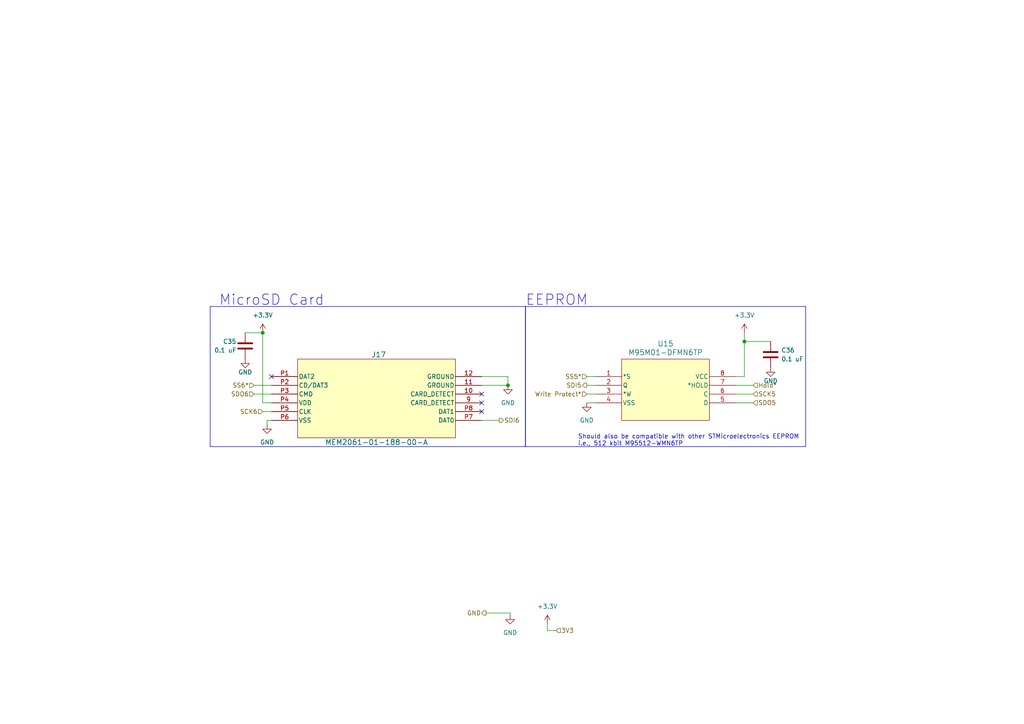
<source format=kicad_sch>
(kicad_sch (version 20250114) (generator "eeschema") (generator_version "9.0")
  (paper "A4")
  (title_block (title "MCU Controller") (rev "0.3") (company "satomm@stanford.edu") (comment 1 "Department of Civil and Environmental Engineering") (comment 2 "Engineering Informatics Group") (comment 3 "Stanford University") (comment 4 "Matthew Sato"))
  (lib_symbols
    (symbol "Device:C" (pin_numbers (hide yes)) (pin_names (offset 0.254))
      (property "Reference" "C" (at 0.635 2.54 0))
      (property "Value" "C" (at 0.635 -2.54 0))
      (symbol "C_0_1"
        (polyline (pts (xy -2.032 0.762) (xy 2.032 0.762)) (stroke (width 0.508)))
        (polyline (pts (xy -2.032 -0.762) (xy 2.032 -0.762)) (stroke (width 0.508)))
      )
      (symbol "C_1_1"
        (pin passive line (at 0 3.81 270) (length 2.794) (name "~") (number "1"))
        (pin passive line (at 0 -3.81 90) (length 2.794) (name "~") (number "2"))
      )
    )
    (symbol "RobotLibary:M95M01-DFMN6TP" (pin_names (offset 0.254))
      (property "Reference" "U" (at 20.32 10.16 0))
      (property "Value" "M95M01-DFMN6TP" (at 20.32 7.62 0))
      (symbol "M95M01-DFMN6TP_1_1"
        (rectangle (start 7.62 5.08) (end 33.02 -12.7) (fill (type background)))
        (pin passive line (at 0 0 0) (length 7.62) (name "*S") (number "1"))
        (pin passive line (at 0 -2.54 0) (length 7.62) (name "Q") (number "2"))
        (pin passive line (at 0 -5.08 0) (length 7.62) (name "*W") (number "3"))
        (pin passive line (at 0 -7.62 0) (length 7.62) (name "VSS") (number "4"))
        (pin passive line (at 40.64 0 180) (length 7.62) (name "VCC") (number "8"))
        (pin passive line (at 40.64 -2.54 180) (length 7.62) (name "*HOLD") (number "7"))
        (pin passive line (at 40.64 -5.08 180) (length 7.62) (name "C") (number "6"))
        (pin passive line (at 40.64 -7.62 180) (length 7.62) (name "D") (number "5"))
      )
    )
    (symbol "RobotLibary:MEM2061-01-188-00-A" (pin_names (offset 0.254))
      (property "Reference" "J" (at 30.48 10.16 0))
      (property "Value" "MEM2061-01-188-00-A" (at 30.48 7.62 0))
      (symbol "MEM2061-01-188-00-A_0_1"
        (pin bidirectional line (at 0 0 0) (length 7.62) (name "DAT2") (number "P1"))
        (pin bidirectional line (at 0 -2.54 0) (length 7.62) (name "CD/DAT3") (number "P2"))
        (pin bidirectional line (at 0 -5.08 0) (length 7.62) (name "CMD") (number "P3"))
        (pin power_in line (at 0 -7.62 0) (length 7.62) (name "VDD") (number "P4"))
        (pin unspecified line (at 60.96 -5.08 180) (length 7.62) (name "CARD_DETECT") (number "10"))
        (pin unspecified line (at 60.96 -7.62 180) (length 7.62) (name "CARD_DETECT") (number "9"))
        (pin bidirectional line (at 60.96 -10.16 180) (length 7.62) (name "DAT1") (number "P8"))
        (pin bidirectional line (at 60.96 -12.7 180) (length 7.62) (name "DAT0") (number "P7"))
      )
      (symbol "MEM2061-01-188-00-A_1_1"
        (rectangle (start 7.62 5.08) (end 53.34 -17.78) (fill (type background)))
        (pin passive line (at 0 -10.16 0) (length 7.62) (name "CLK") (number "P5"))
        (pin passive line (at 0 -12.7 0) (length 7.62) (name "VSS") (number "P6"))
        (pin passive line (at 60.96 0 180) (length 7.62) (name "GROUND") (number "12"))
        (pin passive line (at 60.96 -2.54 180) (length 7.62) (name "GROUND") (number "11"))
      )
    )
    (symbol "power:+3.3V" (power) (pin_names (offset 0))
      (property "Value" "+3.3V" (at 0 3.556 0))
      (symbol "+3.3V_0_1"
        (polyline (pts (xy -0.762 1.27) (xy 0 2.54)))
        (polyline (pts (xy 0 2.54) (xy 0.762 1.27)))
        (polyline (pts (xy 0 0) (xy 0 2.54)))
      )
      (symbol "+3.3V_1_1"
        (pin power_in line (at 0 0 90) (length 0) (hide yes) (name "+3.3V") (number "1"))
      )
    )
    (symbol "power:GND" (power) (pin_names (offset 0))
      (property "Value" "GND" (at 0 -3.81 0))
      (symbol "GND_0_1"
        (polyline (pts (xy 0 0) (xy 0 -1.27) (xy 1.27 -1.27) (xy 0 -2.54) (xy -1.27 -1.27) (xy 0 -1.27)))
      )
      (symbol "GND_1_1"
        (pin power_in line (at 0 0 270) (length 0) (hide yes) (name "GND") (number "1"))
      )
    )
  )
  (rectangle (start 60.96 88.9) (end 152.4 129.54))
  (rectangle (start 152.4 88.9) (end 233.68 129.54))
  (text "MicroSD Card" (at 63.5 88.9 0) (effects (font (size 3 3)) (justify left bottom)))
  (text "EEPROM" (at 152.4 88.9 0) (effects (font (size 3 3)) (justify left bottom)))
  (text "Should also be compatible with other STMicroelectronics EEPROM\ni.e., 512 kbit M95512-WMN6TP" (at 167.64 129.54 0) (effects (font (size 1.27 1.27)) (justify left bottom)))
  (junction (at 147.32 111.76))
  (junction (at 215.9 99.06))
  (junction (at 76.2 96.52))
  (no_connect (at 139.7 119.38))
  (no_connect (at 139.7 114.3))
  (no_connect (at 139.7 116.84))
  (no_connect (at 78.74 109.22))
  (wire (pts (xy 139.7 121.92) (xy 144.78 121.92)))
  (wire (pts (xy 213.36 114.3) (xy 218.44 114.3)))
  (wire (pts (xy 213.36 116.84) (xy 218.44 116.84)))
  (wire (pts (xy 158.75 182.88) (xy 161.29 182.88)))
  (wire (pts (xy 73.66 114.3) (xy 78.74 114.3)))
  (wire (pts (xy 139.7 109.22) (xy 147.32 109.22)))
  (wire (pts (xy 213.36 111.76) (xy 218.44 111.76)))
  (wire (pts (xy 215.9 96.52) (xy 215.9 99.06)))
  (wire (pts (xy 147.955 177.8) (xy 140.97 177.8)))
  (wire (pts (xy 76.2 96.52) (xy 76.2 116.84)))
  (wire (pts (xy 73.66 111.76) (xy 78.74 111.76)))
  (wire (pts (xy 170.18 109.22) (xy 172.72 109.22)))
  (wire (pts (xy 158.75 180.975) (xy 158.75 182.88)))
  (wire (pts (xy 147.955 178.435) (xy 147.955 177.8)))
  (wire (pts (xy 77.47 121.92) (xy 78.74 121.92)))
  (wire (pts (xy 170.18 114.3) (xy 172.72 114.3)))
  (wire (pts (xy 170.18 116.84) (xy 172.72 116.84)))
  (wire (pts (xy 215.9 99.06) (xy 215.9 109.22)))
  (wire (pts (xy 76.2 119.38) (xy 78.74 119.38)))
  (wire (pts (xy 215.9 99.06) (xy 223.52 99.06)))
  (wire (pts (xy 76.2 116.84) (xy 78.74 116.84)))
  (wire (pts (xy 147.32 109.22) (xy 147.32 111.76)))
  (wire (pts (xy 215.9 109.22) (xy 213.36 109.22)))
  (wire (pts (xy 71.12 96.52) (xy 76.2 96.52)))
  (wire (pts (xy 77.47 123.19) (xy 77.47 121.92)))
  (wire (pts (xy 170.18 111.76) (xy 172.72 111.76)))
  (wire (pts (xy 139.7 111.76) (xy 147.32 111.76)))
  (hierarchical_label "SS5*" (shape input) (at 170.18 109.22 180))
  (hierarchical_label "Hold*" (shape input) (at 218.44 111.76 0))
  (hierarchical_label "SDI6" (shape output) (at 144.78 121.92 0))
  (hierarchical_label "SDI5" (shape output) (at 170.18 111.76 180))
  (hierarchical_label "SCK5" (shape input) (at 218.44 114.3 0))
  (hierarchical_label "3V3" (shape input) (at 161.29 182.88 0))
  (hierarchical_label "SS6*" (shape input) (at 73.66 111.76 180))
  (hierarchical_label "SDO6" (shape input) (at 73.66 114.3 180))
  (hierarchical_label "GND" (shape output) (at 140.97 177.8 180))
  (hierarchical_label "SDO5" (shape input) (at 218.44 116.84 0))
  (hierarchical_label "Write Protect*" (shape input) (at 170.18 114.3 180))
  (hierarchical_label "SCK6" (shape input) (at 76.2 119.38 180))
  (symbol (lib_id "RobotLibary:MEM2061-01-188-00-A") (at 78.74 109.22 0) (unit 1) (in_bom no)
    (property "Reference" "J17" (at 109.855 102.87 0) (effects (font (size 1.524 1.524))))
    (property "Value" "MEM2061-01-188-00-A" (at 109.22 128.27 0) (effects (font (size 1.524 1.524))))
    (property "Footprint" "RobotLibrary:MEM2061-01-188-00-A_GCT" (effects (hide yes)))
    (property "Datasheet" "https://gct.co/files/specs/mem2061-spec.pdf" (effects (hide yes)))
    (property "Description" "MICRO SD PUSH PUSH, CLOSED, SMT," (effects (hide yes)))
    (property "Mfr" "GCT" (effects (hide yes)))
    (property "Mfr P/N" "MEM2061-01-188-00-A" (effects (hide yes)))
    (property "Supplier 1" "DigiKey" (effects (hide yes)))
    (property "Supplier 1 P/N" "2073-MEM2061-01-188-00-ACT-ND" (effects (hide yes)))
  )
  (symbol (lib_id "power:GND") (at 147.955 178.435 0) (unit 1)
    (property "Reference" "#PWR0155" (effects (hide yes)))
    (property "Value" "GND" (at 147.955 183.515 0))
  )
  (symbol (lib_id "power:GND") (at 147.32 111.76 0) (unit 1)
    (property "Reference" "#PWR0159" (effects (hide yes)))
    (property "Value" "GND" (at 147.32 116.84 0))
  )
  (symbol (lib_id "power:GND") (at 71.12 104.14 0) (unit 1)
    (property "Reference" "#PWR0151" (effects (hide yes)))
    (property "Value" "GND" (at 71.12 107.95 0))
  )
  (symbol (lib_id "Device:C") (at 223.52 102.87 180) (unit 1)
    (property "Reference" "C36" (at 230.505 101.6 0) (effects (justify left)))
    (property "Value" "0.1 uF" (at 233.045 104.14 0) (effects (justify left)))
    (property "Footprint" "Capacitor_SMD:C_0805_2012Metric_Pad1.18x1.45mm_HandSolder" (effects (hide yes)))
    (property "Datasheet" "https://mm.digikey.com/Volume0/opasdata/d220001/medias/docus/609/CL21B104KBCNNN_Spec.pdf" (effects (hide yes)))
    (property "Description" "CAP CER 0.1UF 50V X7R 0805" (effects (hide yes)))
    (property "Mfr" "Samsung Electro-Mechanics" (effects (hide yes)))
    (property "Mfr P/N" "CL21B104KBCNNNC" (effects (hide yes)))
    (property "Supplier 1" "DigiKey" (effects (hide yes)))
    (property "Supplier 1 P/N" "1276-1003-1-ND" (effects (hide yes)))
  )
  (symbol (lib_id "power:GND") (at 223.52 106.68 0) (unit 1)
    (property "Reference" "#PWR0158" (effects (hide yes)))
    (property "Value" "GND" (at 223.52 110.49 0))
  )
  (symbol (lib_id "power:GND") (at 170.18 116.84 0) (unit 1)
    (property "Reference" "#PWR0154" (effects (hide yes)))
    (property "Value" "GND" (at 170.18 121.92 0))
  )
  (symbol (lib_id "power:+3.3V") (at 76.2 96.52 0) (unit 1)
    (property "Reference" "#PWR0152" (effects (hide yes)))
    (property "Value" "+3.3V" (at 76.2 91.44 0))
  )
  (symbol (lib_id "power:+3.3V") (at 158.75 180.975 0) (unit 1)
    (property "Reference" "#PWR0156" (effects (hide yes)))
    (property "Value" "+3.3V" (at 158.75 175.895 0))
  )
  (symbol (lib_id "power:GND") (at 77.47 123.19 0) (unit 1)
    (property "Reference" "#PWR0153" (effects (hide yes)))
    (property "Value" "GND" (at 77.47 128.27 0))
  )
  (symbol (lib_id "power:+3.3V") (at 215.9 96.52 0) (unit 1)
    (property "Reference" "#PWR0157" (effects (hide yes)))
    (property "Value" "+3.3V" (at 215.9 91.44 0))
  )
  (symbol (lib_id "RobotLibary:M95M01-DFMN6TP") (at 172.72 109.22 0) (unit 1)
    (property "Reference" "U15" (at 193.04 99.695 0) (effects (font (size 1.524 1.524))))
    (property "Value" "M95M01-DFMN6TP" (at 193.04 102.235 0) (effects (font (size 1.524 1.524))))
    (property "Footprint" "RobotLibrary:SO8N_4X5X1P27_STM-M" (effects (hide yes)))
    (property "Datasheet" "https://www.st.com/resource/en/datasheet/m95m01-df.pdf" (effects (hide yes)))
    (property "Description" "IC EEPROM 512KBIT SPI 8SOIC" (effects (hide yes)))
    (property "Mfr" "STMicroelectronics" (effects (hide yes)))
    (property "Mfr P/N" "M95512-WMN6TP" (effects (hide yes)))
    (property "Supplier 1" "DigiKey" (effects (hide yes)))
    (property "Supplier 1 P/N" "497-8697-1-ND" (effects (hide yes)))
  )
  (symbol (lib_id "Device:C") (at 71.12 100.33 180) (unit 1) (in_bom no)
    (property "Reference" "C35" (at 68.58 99.06 0) (effects (justify left)))
    (property "Value" "0.1 uF" (at 68.58 101.6 0) (effects (justify left)))
    (property "Footprint" "Capacitor_SMD:C_0805_2012Metric_Pad1.18x1.45mm_HandSolder" (effects (hide yes)))
    (property "Datasheet" "https://mm.digikey.com/Volume0/opasdata/d220001/medias/docus/609/CL21B104KBCNNN_Spec.pdf" (effects (hide yes)))
    (property "Description" "CAP CER 0.1UF 50V X7R 0805" (effects (hide yes)))
    (property "Mfr" "Samsung Electro-Mechanics" (effects (hide yes)))
    (property "Mfr P/N" "CL21B104KBCNNNC" (effects (hide yes)))
    (property "Supplier 1" "DigiKey" (effects (hide yes)))
    (property "Supplier 1 P/N" "1276-1003-1-ND" (effects (hide yes)))
  )
)
</source>
